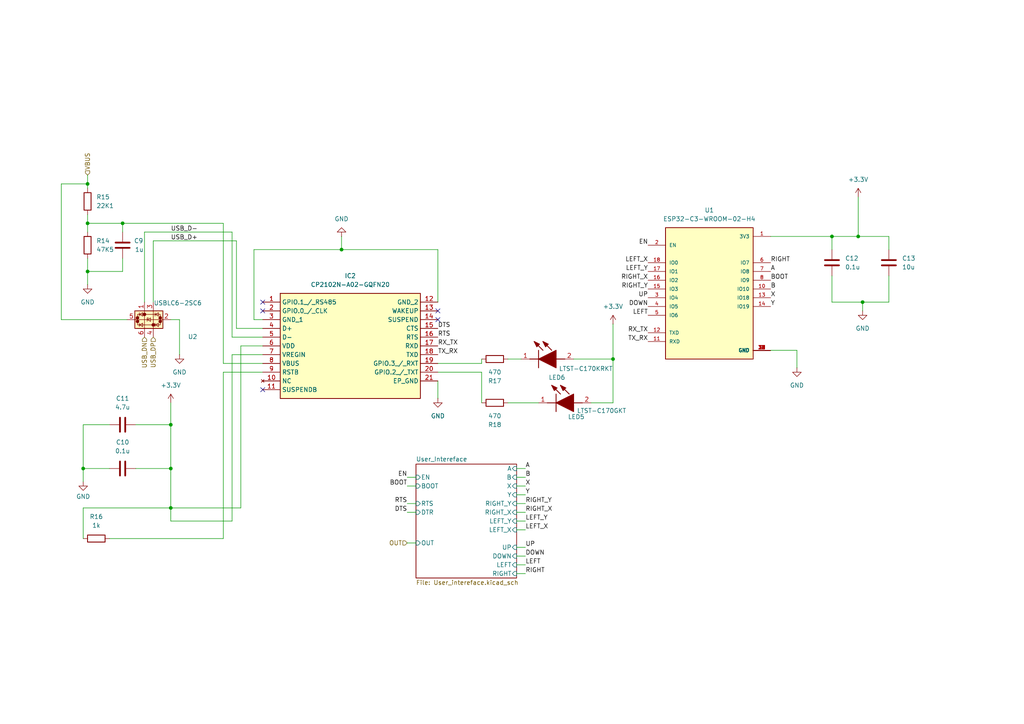
<source format=kicad_sch>
(kicad_sch (version 20231120) (generator "eeschema") (generator_version "8.0")
  (paper "A4")
  (lib_symbols
    (symbol "CP2102N-A02-GQFN20:CP2102N-A02-GQFN20"
      (property "Reference" "IC" (at 46.99 7.62 0))
      (property "Value" "CP2102N-A02-GQFN20" (at 46.99 5.08 0))
      (symbol "CP2102N-A02-GQFN20_1_1"
        (rectangle (start 5.08 2.54) (end 45.72 -27.94) (stroke (width 0.254)) (fill (type background)))
        (pin passive line (at 0 0 0) (length 5.08) (name "GPIO.1_/_RS485") (number "1"))
        (pin no_connect line (at 0 -22.86 0) (length 5.08) (name "NC") (number "10"))
        (pin passive line (at 0 -25.4 0) (length 5.08) (name "SUSPENDB") (number "11"))
        (pin passive line (at 50.8 0 180) (length 5.08) (name "GND_2") (number "12"))
        (pin passive line (at 50.8 -2.54 180) (length 5.08) (name "WAKEUP") (number "13"))
        (pin passive line (at 50.8 -5.08 180) (length 5.08) (name "SUSPEND") (number "14"))
        (pin passive line (at 50.8 -7.62 180) (length 5.08) (name "CTS") (number "15"))
        (pin passive line (at 50.8 -10.16 180) (length 5.08) (name "RTS") (number "16"))
        (pin passive line (at 50.8 -12.7 180) (length 5.08) (name "RXD") (number "17"))
        (pin passive line (at 50.8 -15.24 180) (length 5.08) (name "TXD") (number "18"))
        (pin passive line (at 50.8 -17.78 180) (length 5.08) (name "GPIO.3_/_RXT") (number "19"))
        (pin passive line (at 0 -2.54 0) (length 5.08) (name "GPIO.0_/_CLK") (number "2"))
        (pin passive line (at 50.8 -20.32 180) (length 5.08) (name "GPIO.2_/_TXT") (number "20"))
        (pin passive line (at 50.8 -22.86 180) (length 5.08) (name "EP_GND") (number "21"))
        (pin passive line (at 0 -5.08 0) (length 5.08) (name "GND_1") (number "3"))
        (pin passive line (at 0 -7.62 0) (length 5.08) (name "D+") (number "4"))
        (pin passive line (at 0 -10.16 0) (length 5.08) (name "D-") (number "5"))
        (pin passive line (at 0 -12.7 0) (length 5.08) (name "VDD") (number "6"))
        (pin passive line (at 0 -15.24 0) (length 5.08) (name "VREGIN") (number "7"))
        (pin passive line (at 0 -17.78 0) (length 5.08) (name "VBUS") (number "8"))
        (pin passive line (at 0 -20.32 0) (length 5.08) (name "RSTB") (number "9"))
      )
    )
    (symbol "Device:C" (pin_numbers hide) (pin_names (offset 0.254))
      (property "Reference" "C" (at 0.635 2.54 0))
      (property "Value" "C" (at 0.635 -2.54 0))
      (symbol "C_0_1"
        (polyline (pts (xy -2.032 -0.762) (xy 2.032 -0.762)) (stroke (width 0.508)))
        (polyline (pts (xy -2.032 0.762) (xy 2.032 0.762)) (stroke (width 0.508)))
      )
      (symbol "C_1_1"
        (pin passive line (at 0 3.81 270) (length 2.794) (name "~") (number "1"))
        (pin passive line (at 0 -3.81 90) (length 2.794) (name "~") (number "2"))
      )
    )
    (symbol "Device:R" (pin_numbers hide) (pin_names (offset 0))
      (property "Reference" "R" (at 2.032 0 90))
      (property "Value" "R" (at 0 0 90))
      (symbol "R_0_1"
        (rectangle (start -1.016 -2.54) (end 1.016 2.54) (stroke (width 0.254)))
      )
      (symbol "R_1_1"
        (pin passive line (at 0 3.81 270) (length 1.27) (name "~") (number "1"))
        (pin passive line (at 0 -3.81 90) (length 1.27) (name "~") (number "2"))
      )
    )
    (symbol "ESP32-C3-WROOM-02-H4:ESP32-C3-WROOM-02-H4" (pin_names (offset 1.016))
      (property "Reference" "U" (at -12.7 21.082 0))
      (property "Value" "ESP32-C3-WROOM-02-H4" (at -12.7 -18.542 0))
      (symbol "ESP32-C3-WROOM-02-H4_0_0"
        (rectangle (start -12.7 -17.78) (end 12.7 20.32) (stroke (width 0.254)) (fill (type background)))
        (pin power_in line (at 17.78 17.78 180) (length 5.08) (name "3V3") (number "1"))
        (pin bidirectional line (at 17.78 2.54 180) (length 5.08) (name "IO10") (number "10"))
        (pin bidirectional line (at -17.78 -12.7 0) (length 5.08) (name "RXD") (number "11"))
        (pin bidirectional line (at -17.78 -10.16 0) (length 5.08) (name "TXD") (number "12"))
        (pin bidirectional line (at 17.78 0 180) (length 5.08) (name "IO18") (number "13"))
        (pin bidirectional line (at 17.78 -2.54 180) (length 5.08) (name "IO19") (number "14"))
        (pin bidirectional line (at -17.78 2.54 0) (length 5.08) (name "IO3") (number "15"))
        (pin bidirectional line (at -17.78 5.08 0) (length 5.08) (name "IO2") (number "16"))
        (pin bidirectional line (at -17.78 7.62 0) (length 5.08) (name "IO1") (number "17"))
        (pin bidirectional line (at -17.78 10.16 0) (length 5.08) (name "IO0") (number "18"))
        (pin power_in line (at 17.78 -15.24 180) (length 5.08) (name "GND") (number "19"))
        (pin input line (at -17.78 15.24 0) (length 5.08) (name "EN") (number "2"))
        (pin power_in line (at 17.78 -15.24 180) (length 5.08) (name "GND") (number "20"))
        (pin power_in line (at 17.78 -15.24 180) (length 5.08) (name "GND") (number "21"))
        (pin power_in line (at 17.78 -15.24 180) (length 5.08) (name "GND") (number "22"))
        (pin power_in line (at 17.78 -15.24 180) (length 5.08) (name "GND") (number "23"))
        (pin power_in line (at 17.78 -15.24 180) (length 5.08) (name "GND") (number "24"))
        (pin power_in line (at 17.78 -15.24 180) (length 5.08) (name "GND") (number "25"))
        (pin power_in line (at 17.78 -15.24 180) (length 5.08) (name "GND") (number "26"))
        (pin power_in line (at 17.78 -15.24 180) (length 5.08) (name "GND") (number "27"))
        (pin power_in line (at 17.78 -15.24 180) (length 5.08) (name "GND") (number "28"))
        (pin power_in line (at 17.78 -15.24 180) (length 5.08) (name "GND") (number "29"))
        (pin bidirectional line (at -17.78 0 0) (length 5.08) (name "IO4") (number "3"))
        (pin power_in line (at 17.78 -15.24 180) (length 5.08) (name "GND") (number "30"))
        (pin power_in line (at 17.78 -15.24 180) (length 5.08) (name "GND") (number "31"))
        (pin power_in line (at 17.78 -15.24 180) (length 5.08) (name "GND") (number "32"))
        (pin power_in line (at 17.78 -15.24 180) (length 5.08) (name "GND") (number "33"))
        (pin power_in line (at 17.78 -15.24 180) (length 5.08) (name "GND") (number "34"))
        (pin power_in line (at 17.78 -15.24 180) (length 5.08) (name "GND") (number "35"))
        (pin power_in line (at 17.78 -15.24 180) (length 5.08) (name "GND") (number "36"))
        (pin power_in line (at 17.78 -15.24 180) (length 5.08) (name "GND") (number "37"))
        (pin power_in line (at 17.78 -15.24 180) (length 5.08) (name "GND") (number "38"))
        (pin power_in line (at 17.78 -15.24 180) (length 5.08) (name "GND") (number "39"))
        (pin bidirectional line (at -17.78 -2.54 0) (length 5.08) (name "IO5") (number "4"))
        (pin bidirectional line (at -17.78 -5.08 0) (length 5.08) (name "IO6") (number "5"))
        (pin bidirectional line (at 17.78 10.16 180) (length 5.08) (name "IO7") (number "6"))
        (pin bidirectional line (at 17.78 7.62 180) (length 5.08) (name "IO8") (number "7"))
        (pin bidirectional line (at 17.78 5.08 180) (length 5.08) (name "IO9") (number "8"))
        (pin power_in line (at 17.78 -15.24 180) (length 5.08) (name "GND") (number "9"))
      )
    )
    (symbol "LTST-C170GKT:LTST-C170GKT" (pin_names hide)
      (property "Reference" "LED" (at 12.7 8.89 0))
      (property "Value" "LTST-C170GKT" (at 12.7 6.35 0))
      (symbol "LTST-C170GKT_1_1"
        (polyline (pts (xy 2.54 0) (xy 5.08 0)) (stroke (width 0.254)))
        (polyline (pts (xy 5.08 2.54) (xy 5.08 -2.54)) (stroke (width 0.254)))
        (polyline (pts (xy 6.35 2.54) (xy 3.81 5.08)) (stroke (width 0.254)))
        (polyline (pts (xy 8.89 2.54) (xy 6.35 5.08)) (stroke (width 0.254)))
        (polyline (pts (xy 10.16 0) (xy 12.7 0)) (stroke (width 0.254)))
        (polyline (pts (xy 5.08 0) (xy 10.16 2.54) (xy 10.16 -2.54) (xy 5.08 0)) (stroke (width 0.254)) (fill (type outline)))
        (polyline (pts (xy 5.334 4.318) (xy 4.572 3.556) (xy 3.81 5.08) (xy 5.334 4.318)) (stroke (width 0.254)) (fill (type outline)))
        (polyline (pts (xy 7.874 4.318) (xy 7.112 3.556) (xy 6.35 5.08) (xy 7.874 4.318)) (stroke (width 0.254)) (fill (type outline)))
        (pin passive line (at 0 0 0) (length 2.54) (name "K") (number "1"))
        (pin passive line (at 15.24 0 180) (length 2.54) (name "A") (number "2"))
      )
    )
    (symbol "LTST-C170KRKT:LTST-C170KRKT" (pin_names hide)
      (property "Reference" "LED" (at 12.7 8.89 0))
      (property "Value" "LTST-C170KRKT" (at 12.7 6.35 0))
      (symbol "LTST-C170KRKT_1_1"
        (polyline (pts (xy 2.54 0) (xy 5.08 0)) (stroke (width 0.254)))
        (polyline (pts (xy 5.08 2.54) (xy 5.08 -2.54)) (stroke (width 0.254)))
        (polyline (pts (xy 6.35 2.54) (xy 3.81 5.08)) (stroke (width 0.254)))
        (polyline (pts (xy 8.89 2.54) (xy 6.35 5.08)) (stroke (width 0.254)))
        (polyline (pts (xy 10.16 0) (xy 12.7 0)) (stroke (width 0.254)))
        (polyline (pts (xy 5.08 0) (xy 10.16 2.54) (xy 10.16 -2.54) (xy 5.08 0)) (stroke (width 0.254)) (fill (type outline)))
        (polyline (pts (xy 5.334 4.318) (xy 4.572 3.556) (xy 3.81 5.08) (xy 5.334 4.318)) (stroke (width 0.254)) (fill (type outline)))
        (polyline (pts (xy 7.874 4.318) (xy 7.112 3.556) (xy 6.35 5.08) (xy 7.874 4.318)) (stroke (width 0.254)) (fill (type outline)))
        (pin passive line (at 0 0 0) (length 2.54) (name "K") (number "1"))
        (pin passive line (at 15.24 0 180) (length 2.54) (name "A") (number "2"))
      )
    )
    (symbol "Power_Protection:USBLC6-2SC6" (pin_names hide)
      (property "Reference" "U" (at 0.635 5.715 0))
      (property "Value" "USBLC6-2SC6" (at 0.635 3.81 0))
      (symbol "USBLC6-2SC6_0_0"
        (circle (center -1.524 0) (radius 0.0001) (stroke (width 0.508)))
        (circle (center -0.508 -4.572) (radius 0.0001) (stroke (width 0.508)))
        (circle (center -0.508 2.032) (radius 0.0001) (stroke (width 0.508)))
        (circle (center 0.508 -4.572) (radius 0.0001) (stroke (width 0.508)))
        (circle (center 0.508 2.032) (radius 0.0001) (stroke (width 0.508)))
        (circle (center 1.524 -2.54) (radius 0.0001) (stroke (width 0.508)))
      )
      (symbol "USBLC6-2SC6_0_1"
        (polyline (pts (xy -2.54 -2.54) (xy 2.54 -2.54)))
        (polyline (pts (xy -2.54 0) (xy 2.54 0)))
        (polyline (pts (xy -2.032 -3.048) (xy -1.016 -3.048)))
        (polyline (pts (xy -1.016 1.524) (xy -2.032 1.524)))
        (polyline (pts (xy 1.016 -3.048) (xy 2.032 -3.048)))
        (polyline (pts (xy 1.016 1.524) (xy 2.032 1.524)))
        (polyline (pts (xy -0.508 -1.143) (xy -0.508 -0.762) (xy 0.508 -0.762)))
        (polyline (pts (xy -2.032 0.508) (xy -1.016 0.508) (xy -1.524 1.524) (xy -2.032 0.508)))
        (polyline (pts (xy -1.016 -4.064) (xy -2.032 -4.064) (xy -1.524 -3.048) (xy -1.016 -4.064)))
        (polyline (pts (xy 0.508 -1.778) (xy -0.508 -1.778) (xy 0 -0.762) (xy 0.508 -1.778)))
        (polyline (pts (xy 2.032 -4.064) (xy 1.016 -4.064) (xy 1.524 -3.048) (xy 2.032 -4.064)))
        (polyline (pts (xy 2.032 0.508) (xy 1.016 0.508) (xy 1.524 1.524) (xy 2.032 0.508)))
        (polyline (pts (xy 0 2.54) (xy -0.508 2.032) (xy 0.508 2.032) (xy 0 1.524) (xy 0 -4.064) (xy -0.508 -4.572) (xy 0.508 -4.572) (xy 0 -5.08)))
      )
      (symbol "USBLC6-2SC6_1_1"
        (rectangle (start -2.54 2.794) (end 2.54 -5.334) (stroke (width 0.254)) (fill (type background)))
        (polyline (pts (xy -0.508 2.032) (xy -1.524 2.032) (xy -1.524 -4.572) (xy -0.508 -4.572)))
        (polyline (pts (xy 0.508 -4.572) (xy 1.524 -4.572) (xy 1.524 2.032) (xy 0.508 2.032)))
        (pin passive line (at -5.08 0 0) (length 2.54) (name "I/O1") (number "1"))
        (pin passive line (at 0 -7.62 90) (length 2.54) (name "GND") (number "2"))
        (pin passive line (at -5.08 -2.54 0) (length 2.54) (name "I/O2") (number "3"))
        (pin passive line (at 5.08 -2.54 180) (length 2.54) (name "I/O2") (number "4"))
        (pin passive line (at 0 5.08 270) (length 2.54) (name "VBUS") (number "5"))
        (pin passive line (at 5.08 0 180) (length 2.54) (name "I/O1") (number "6"))
      )
    )
    (symbol "power:+3.3V" (power) (pin_numbers hide) (pin_names (offset 0) hide)
      (property "Value" "+3.3V" (at 0 3.556 0))
      (symbol "+3.3V_0_1"
        (polyline (pts (xy -0.762 1.27) (xy 0 2.54)))
        (polyline (pts (xy 0 0) (xy 0 2.54)))
        (polyline (pts (xy 0 2.54) (xy 0.762 1.27)))
      )
      (symbol "+3.3V_1_1"
        (pin power_in line (at 0 0 90) (length 0) (name "~") (number "1"))
      )
    )
    (symbol "power:GND" (power) (pin_numbers hide) (pin_names (offset 0) hide)
      (property "Value" "GND" (at 0 -3.81 0))
      (symbol "GND_0_1"
        (polyline (pts (xy 0 0) (xy 0 -1.27) (xy 1.27 -1.27) (xy 0 -2.54) (xy -1.27 -1.27) (xy 0 -1.27)))
      )
      (symbol "GND_1_1"
        (pin power_in line (at 0 0 270) (length 0) (name "~") (number "1"))
      )
    )
  )
  (junction (at 49.53 123.19))
  (junction (at 49.53 135.89))
  (junction (at 25.4 78.74))
  (junction (at 49.53 147.32))
  (junction (at 250.19 87.63))
  (junction (at 99.06 72.39))
  (junction (at 25.4 64.77))
  (junction (at 177.8 104.14))
  (junction (at 25.4 53.34))
  (junction (at 24.13 135.89))
  (junction (at 35.56 64.77))
  (junction (at 248.92 68.58))
  (junction (at 241.3 68.58))
  (no_connect (at 76.2 113.03))
  (no_connect (at 127 90.17))
  (no_connect (at 127 92.71))
  (no_connect (at 76.2 87.63))
  (no_connect (at 76.2 90.17))
  (wire (pts (xy 73.66 72.39) (xy 99.06 72.39)))
  (wire (pts (xy 156.21 116.84) (xy 147.32 116.84)))
  (wire (pts (xy 41.91 67.31) (xy 67.31 67.31)))
  (wire (pts (xy 257.81 87.63) (xy 250.19 87.63)))
  (wire (pts (xy 76.2 92.71) (xy 73.66 92.71)))
  (wire (pts (xy 99.06 72.39) (xy 99.06 68.58)))
  (wire (pts (xy 127 72.39) (xy 99.06 72.39)))
  (wire (pts (xy 127 110.49) (xy 127 115.57)))
  (wire (pts (xy 64.77 105.41) (xy 76.2 105.41)))
  (wire (pts (xy 25.4 64.77) (xy 35.56 64.77)))
  (wire (pts (xy 177.8 93.98) (xy 177.8 104.14)))
  (wire (pts (xy 149.86 140.97) (xy 152.4 140.97)))
  (wire (pts (xy 149.86 161.29) (xy 152.4 161.29)))
  (wire (pts (xy 127 107.95) (xy 139.7 107.95)))
  (wire (pts (xy 35.56 74.93) (xy 35.56 78.74)))
  (wire (pts (xy 118.11 157.48) (xy 120.65 157.48)))
  (wire (pts (xy 127 105.41) (xy 139.7 105.41)))
  (wire (pts (xy 231.14 101.6) (xy 231.14 106.68)))
  (wire (pts (xy 149.86 135.89) (xy 152.4 135.89)))
  (wire (pts (xy 67.31 151.13) (xy 67.31 102.87)))
  (wire (pts (xy 24.13 156.21) (xy 24.13 147.32)))
  (wire (pts (xy 17.78 92.71) (xy 17.78 53.34)))
  (wire (pts (xy 24.13 147.32) (xy 49.53 147.32)))
  (wire (pts (xy 127 87.63) (xy 127 72.39)))
  (wire (pts (xy 118.11 146.05) (xy 120.65 146.05)))
  (wire (pts (xy 49.53 147.32) (xy 69.85 147.32)))
  (wire (pts (xy 149.86 143.51) (xy 152.4 143.51)))
  (wire (pts (xy 248.92 68.58) (xy 257.81 68.58)))
  (wire (pts (xy 241.3 68.58) (xy 248.92 68.58)))
  (wire (pts (xy 49.53 92.71) (xy 52.07 92.71)))
  (wire (pts (xy 241.3 80.01) (xy 241.3 87.63)))
  (wire (pts (xy 166.37 104.14) (xy 177.8 104.14)))
  (wire (pts (xy 223.52 68.58) (xy 241.3 68.58)))
  (wire (pts (xy 25.4 62.23) (xy 25.4 64.77)))
  (wire (pts (xy 67.31 97.79) (xy 76.2 97.79)))
  (wire (pts (xy 149.86 158.75) (xy 152.4 158.75)))
  (wire (pts (xy 36.83 92.71) (xy 17.78 92.71)))
  (wire (pts (xy 44.45 69.85) (xy 68.58 69.85)))
  (wire (pts (xy 223.52 101.6) (xy 231.14 101.6)))
  (wire (pts (xy 49.53 116.84) (xy 49.53 123.19)))
  (wire (pts (xy 139.7 105.41) (xy 139.7 104.14)))
  (wire (pts (xy 64.77 107.95) (xy 76.2 107.95)))
  (wire (pts (xy 73.66 92.71) (xy 73.66 72.39)))
  (wire (pts (xy 68.58 95.25) (xy 76.2 95.25)))
  (wire (pts (xy 17.78 53.34) (xy 25.4 53.34)))
  (wire (pts (xy 118.11 140.97) (xy 120.65 140.97)))
  (wire (pts (xy 241.3 68.58) (xy 241.3 72.39)))
  (wire (pts (xy 149.86 138.43) (xy 152.4 138.43)))
  (wire (pts (xy 49.53 147.32) (xy 49.53 151.13)))
  (wire (pts (xy 177.8 116.84) (xy 177.8 104.14)))
  (wire (pts (xy 25.4 50.8) (xy 25.4 53.34)))
  (wire (pts (xy 52.07 92.71) (xy 52.07 102.87)))
  (wire (pts (xy 31.75 156.21) (xy 64.77 156.21)))
  (wire (pts (xy 149.86 166.37) (xy 152.4 166.37)))
  (wire (pts (xy 257.81 72.39) (xy 257.81 68.58)))
  (wire (pts (xy 49.53 135.89) (xy 49.53 147.32)))
  (wire (pts (xy 149.86 151.13) (xy 152.4 151.13)))
  (wire (pts (xy 64.77 156.21) (xy 64.77 107.95)))
  (wire (pts (xy 31.75 135.89) (xy 24.13 135.89)))
  (wire (pts (xy 49.53 151.13) (xy 67.31 151.13)))
  (wire (pts (xy 118.11 138.43) (xy 120.65 138.43)))
  (wire (pts (xy 31.75 123.19) (xy 24.13 123.19)))
  (wire (pts (xy 64.77 64.77) (xy 64.77 105.41)))
  (wire (pts (xy 69.85 147.32) (xy 69.85 100.33)))
  (wire (pts (xy 149.86 153.67) (xy 152.4 153.67)))
  (wire (pts (xy 250.19 90.17) (xy 250.19 87.63)))
  (wire (pts (xy 248.92 57.15) (xy 248.92 68.58)))
  (wire (pts (xy 39.37 123.19) (xy 49.53 123.19)))
  (wire (pts (xy 69.85 100.33) (xy 76.2 100.33)))
  (wire (pts (xy 139.7 107.95) (xy 139.7 116.84)))
  (wire (pts (xy 25.4 74.93) (xy 25.4 78.74)))
  (wire (pts (xy 41.91 87.63) (xy 41.91 67.31)))
  (wire (pts (xy 118.11 148.59) (xy 120.65 148.59)))
  (wire (pts (xy 151.13 104.14) (xy 147.32 104.14)))
  (wire (pts (xy 49.53 123.19) (xy 49.53 135.89)))
  (wire (pts (xy 25.4 78.74) (xy 35.56 78.74)))
  (wire (pts (xy 25.4 78.74) (xy 25.4 82.55)))
  (wire (pts (xy 35.56 64.77) (xy 35.56 67.31)))
  (wire (pts (xy 67.31 67.31) (xy 67.31 97.79)))
  (wire (pts (xy 67.31 102.87) (xy 76.2 102.87)))
  (wire (pts (xy 68.58 69.85) (xy 68.58 95.25)))
  (wire (pts (xy 44.45 87.63) (xy 44.45 69.85)))
  (wire (pts (xy 149.86 163.83) (xy 152.4 163.83)))
  (wire (pts (xy 24.13 123.19) (xy 24.13 135.89)))
  (wire (pts (xy 25.4 64.77) (xy 25.4 67.31)))
  (wire (pts (xy 149.86 148.59) (xy 152.4 148.59)))
  (wire (pts (xy 24.13 135.89) (xy 24.13 139.7)))
  (wire (pts (xy 171.45 116.84) (xy 177.8 116.84)))
  (wire (pts (xy 35.56 64.77) (xy 64.77 64.77)))
  (wire (pts (xy 25.4 53.34) (xy 25.4 54.61)))
  (wire (pts (xy 241.3 87.63) (xy 250.19 87.63)))
  (wire (pts (xy 149.86 146.05) (xy 152.4 146.05)))
  (wire (pts (xy 39.37 135.89) (xy 49.53 135.89)))
  (wire (pts (xy 257.81 80.01) (xy 257.81 87.63)))
  (label "LEFT_Y" (at 152.4 151.13 0))
  (label "A" (at 152.4 135.89 0))
  (label "LEFT_Y" (at 187.96 78.74 180))
  (label "RX_TX" (at 127 100.33 0))
  (label "DTS" (at 127 95.25 0))
  (label "DTS" (at 118.11 148.59 180))
  (label "A" (at 223.52 78.74 0))
  (label "RIGHT_X" (at 152.4 148.59 0))
  (label "BOOT" (at 118.11 140.97 180))
  (label "RIGHT_Y" (at 152.4 146.05 0))
  (label "UP" (at 152.4 158.75 0))
  (label "RIGHT_Y" (at 187.96 83.82 180))
  (label "EN" (at 118.11 138.43 180))
  (label "LEFT_X" (at 187.96 76.2 180))
  (label "UP" (at 187.96 86.36 180))
  (label "TX_RX" (at 187.96 99.06 180))
  (label "Y" (at 152.4 143.51 0))
  (label "USB_D+" (at 49.53 69.85 0))
  (label "RTS" (at 118.11 146.05 180))
  (label "RIGHT" (at 223.52 76.2 0))
  (label "RIGHT_X" (at 187.96 81.28 180))
  (label "USB_D-" (at 49.53 67.31 0))
  (label "X" (at 152.4 140.97 0))
  (label "X" (at 223.52 86.36 0))
  (label "TX_RX" (at 127 102.87 0))
  (label "EN" (at 187.96 71.12 180))
  (label "B" (at 223.52 83.82 0))
  (label "RIGHT" (at 152.4 166.37 0))
  (label "B" (at 152.4 138.43 0))
  (label "LEFT" (at 152.4 163.83 0))
  (label "LEFT_X" (at 152.4 153.67 0))
  (label "RX_TX" (at 187.96 96.52 180))
  (label "RTS" (at 127 97.79 0))
  (label "BOOT" (at 223.52 81.28 0))
  (label "Y" (at 223.52 88.9 0))
  (label "LEFT" (at 187.96 91.44 180))
  (label "DOWN" (at 187.96 88.9 180))
  (label "DOWN" (at 152.4 161.29 0))
  (hierarchical_label "USB_DN" (shape input) (at 41.91 97.79 270))
  (hierarchical_label "VBUS" (shape input) (at 25.4 50.8 90))
  (hierarchical_label "OUT" (shape input) (at 118.11 157.48 180))
  (hierarchical_label "USB_DP" (shape input) (at 44.45 97.79 270))
  (symbol (lib_id "power:GND") (at 99.06 68.58 180) (unit 1)
    (property "Reference" "#PWR051" (effects (hide yes)))
    (property "Value" "GND" (at 99.06 63.5 0))
    (property "Description" "Power symbol creates a global label with name \"GND\" , ground" (effects (hide yes)))
  )
  (symbol (lib_id "power:+3.3V") (at 49.53 116.84 0) (unit 1)
    (property "Reference" "#PWR021" (effects (hide yes)))
    (property "Value" "+3.3V" (at 49.53 111.76 0))
    (property "Description" "Power symbol creates a global label with name \"+3.3V\"" (effects (hide yes)))
  )
  (symbol (lib_id "Device:C") (at 35.56 123.19 90) (unit 1)
    (property "Reference" "C11" (at 35.56 115.57 90))
    (property "Value" "4.7u" (at 35.56 118.11 90))
    (property "Footprint" "Capacitor_SMD:C_0805_2012Metric_Pad1.18x1.45mm_HandSolder" (effects (hide yes)))
    (property "Description" "Unpolarized capacitor" (effects (hide yes)))
  )
  (symbol (lib_id "CP2102N-A02-GQFN20:CP2102N-A02-GQFN20") (at 76.2 87.63 0) (unit 1)
    (property "Reference" "IC2" (at 101.6 80.01 0))
    (property "Value" "CP2102N-A02-GQFN20" (at 101.6 82.55 0))
    (property "Footprint" "footprints:CP2102NA02GQFN20" (effects (hide yes)))
    (property "Datasheet" "https://www.silabs.com/documents/public/data-sheets/cp2102n-datasheet.pdf" (effects (hide yes)))
    (property "Description" "USB Interface IC USB to UART bridge - QFN20" (effects (hide yes)))
    (property "Height" "0.8" (effects (hide yes)))
    (property "Mouser Part Number" "634-CP2102NA02GQFN20" (effects (hide yes)))
    (property "Mouser Price/Stock" "https://www.mouser.co.uk/ProductDetail/Silicon-Labs/CP2102N-A02-GQFN20?qs=u16ybLDytRaG8WdlP0fT2g%3D%3D" (effects (hide yes)))
    (property "Manufacturer_Name" "Silicon Labs" (effects (hide yes)))
    (property "Manufacturer_Part_Number" "CP2102N-A02-GQFN20" (effects (hide yes)))
  )
  (symbol (lib_id "power:GND") (at 231.14 106.68 0) (unit 1)
    (property "Reference" "#PWR025" (effects (hide yes)))
    (property "Value" "GND" (at 231.14 111.76 0))
    (property "Description" "Power symbol creates a global label with name \"GND\" , ground" (effects (hide yes)))
  )
  (symbol (lib_id "power:GND") (at 250.19 90.17 0) (unit 1)
    (property "Reference" "#PWR023" (effects (hide yes)))
    (property "Value" "GND" (at 250.19 95.25 0))
    (property "Description" "Power symbol creates a global label with name \"GND\" , ground" (effects (hide yes)))
  )
  (symbol (lib_id "power:+3.3V") (at 248.92 57.15 0) (unit 1)
    (property "Reference" "#PWR024" (effects (hide yes)))
    (property "Value" "+3.3V" (at 248.92 52.07 0))
    (property "Description" "Power symbol creates a global label with name \"+3.3V\"" (effects (hide yes)))
  )
  (symbol (lib_id "ESP32-C3-WROOM-02-H4:ESP32-C3-WROOM-02-H4") (at 205.74 86.36 0) (unit 1)
    (property "Reference" "U1" (at 205.74 60.96 0))
    (property "Value" "ESP32-C3-WROOM-02-H4" (at 205.74 63.5 0))
    (property "Footprint" "footprints:MODULE_ESP32-C3-WROOM-02-H4" (effects (hide yes)))
    (property "MF" "Espressif Systems" (effects (hide yes)))
    (property "Description_1" "\n                        \n                            WiFi Modules (802.11) (Engineering Samples) SMD module, ESP32-C3, 4MB SPI flash, PCB antenna, -40 C +105 C\n                        \n" (effects (hide yes)))
    (property "Package" "Package" (effects (hide yes)))
    (property "Price" "None" (effects (hide yes)))
    (property "Check_prices" "https://www.snapeda.com/parts/ESP32-C3-WROOM-02-H4/Espressif+Systems/view-part/?ref=eda" (effects (hide yes)))
    (property "SnapEDA_Link" "https://www.snapeda.com/parts/ESP32-C3-WROOM-02-H4/Espressif+Systems/view-part/?ref=snap" (effects (hide yes)))
    (property "MP" "ESP32-C3-WROOM-02-H4" (effects (hide yes)))
    (property "Availability" "In Stock" (effects (hide yes)))
    (property "Purchase-URL" "https://pricing.snapeda.com/search/part/ESP32-C3-WROOM-02-H4/?ref=eda" (effects (hide yes)))
  )
  (symbol (lib_id "power:GND") (at 25.4 82.55 0) (unit 1)
    (property "Reference" "#PWR018" (effects (hide yes)))
    (property "Value" "GND" (at 25.4 87.63 0))
    (property "Description" "Power symbol creates a global label with name \"GND\" , ground" (effects (hide yes)))
  )
  (symbol (lib_id "power:GND") (at 52.07 102.87 0) (unit 1)
    (property "Reference" "#PWR05" (effects (hide yes)))
    (property "Value" "GND" (at 52.07 107.95 0))
    (property "Description" "Power symbol creates a global label with name \"GND\" , ground" (effects (hide yes)))
  )
  (symbol (lib_id "Device:C") (at 257.81 76.2 0) (unit 1)
    (property "Reference" "C13" (at 261.62 74.9299 0) (effects (justify left)))
    (property "Value" "10u" (at 261.62 77.4699 0) (effects (justify left)))
    (property "Footprint" "Capacitor_SMD:C_0805_2012Metric_Pad1.18x1.45mm_HandSolder" (effects (hide yes)))
    (property "Description" "Unpolarized capacitor" (effects (hide yes)))
  )
  (symbol (lib_id "Device:R") (at 143.51 116.84 90) (unit 1)
    (property "Reference" "R18" (at 143.51 123.19 90))
    (property "Value" "470" (at 143.51 120.65 90))
    (property "Footprint" "Resistor_SMD:R_0805_2012Metric_Pad1.20x1.40mm_HandSolder" (effects (hide yes)))
    (property "Description" "Resistor" (effects (hide yes)))
  )
  (symbol (lib_id "Device:C") (at 35.56 71.12 0) (unit 1)
    (property "Reference" "C9" (at 38.862 69.85 0) (effects (justify left)))
    (property "Value" "1u" (at 39.116 72.39 0) (effects (justify left)))
    (property "Footprint" "Capacitor_SMD:C_0805_2012Metric_Pad1.18x1.45mm_HandSolder" (effects (hide yes)))
    (property "Description" "Unpolarized capacitor" (effects (hide yes)))
  )
  (symbol (lib_id "Device:C") (at 241.3 76.2 0) (unit 1)
    (property "Reference" "C12" (at 245.11 74.9299 0) (effects (justify left)))
    (property "Value" "0.1u" (at 245.11 77.4699 0) (effects (justify left)))
    (property "Footprint" "Capacitor_SMD:C_0805_2012Metric_Pad1.18x1.45mm_HandSolder" (effects (hide yes)))
    (property "Description" "Unpolarized capacitor" (effects (hide yes)))
  )
  (symbol (lib_id "power:+3.3V") (at 177.8 93.98 0) (unit 1)
    (property "Reference" "#PWR022" (effects (hide yes)))
    (property "Value" "+3.3V" (at 177.8 88.9 0))
    (property "Description" "Power symbol creates a global label with name \"+3.3V\"" (effects (hide yes)))
  )
  (symbol (lib_id "Device:R") (at 25.4 58.42 0) (unit 1)
    (property "Reference" "R15" (at 27.94 57.1499 0) (effects (justify left)))
    (property "Value" "22K1" (at 27.94 59.6899 0) (effects (justify left)))
    (property "Footprint" "Resistor_SMD:R_0805_2012Metric_Pad1.20x1.40mm_HandSolder" (effects (hide yes)))
    (property "Description" "Resistor" (effects (hide yes)))
  )
  (symbol (lib_id "Device:R") (at 143.51 104.14 270) (unit 1)
    (property "Reference" "R17" (at 143.51 110.49 90))
    (property "Value" "470" (at 143.51 107.95 90))
    (property "Footprint" "Resistor_SMD:R_0805_2012Metric_Pad1.20x1.40mm_HandSolder" (effects (hide yes)))
    (property "Description" "Resistor" (effects (hide yes)))
  )
  (symbol (lib_id "LTST-C170KRKT:LTST-C170KRKT") (at 151.13 104.14 0) (unit 1)
    (property "Reference" "LED6" (at 161.544 109.474 0))
    (property "Value" "LTST-C170KRKT" (at 169.926 106.934 0))
    (property "Footprint" "footprints:LEDC2012X120N" (effects (hide yes)))
    (property "Datasheet" "https://componentsearchengine.com/Datasheets/1/LTST-C170KRKT.pdf" (effects (hide yes)))
    (property "Description" "Standard LEDs - SMD Red Clear 631nm" (effects (hide yes)))
    (property "Height" "1.2" (effects (hide yes)))
    (property "Manufacturer_Name" "Lite-On" (effects (hide yes)))
    (property "Manufacturer_Part_Number" "LTST-C170KRKT" (effects (hide yes)))
    (property "Mouser Part Number" "859-LTST-C170KRKT" (effects (hide yes)))
    (property "Mouser Price/Stock" "https://www.mouser.co.uk/ProductDetail/LITEON/LTST-C170KRKT?qs=NUb82WqeCyrVOID%2Fxt4rgA%3D%3D" (effects (hide yes)))
    (property "Arrow Part Number" "LTST-C170KRKT" (effects (hide yes)))
    (property "Arrow Price/Stock" "https://www.arrow.com/en/products/ltst-c170krkt/lite-on-technology?utm_currency=USD&region=nac" (effects (hide yes)))
  )
  (symbol (lib_id "Power_Protection:USBLC6-2SC6") (at 41.91 92.71 90) (mirror x) (unit 1)
    (property "Reference" "U2" (at 55.88 97.6632 90))
    (property "Value" "USBLC6-2SC6" (at 51.562 87.884 90))
    (property "Footprint" "footprints:SOT95P280X145-6N" (effects (hide yes)))
    (property "Datasheet" "https://www.st.com/resource/en/datasheet/usblc6-2.pdf" (effects (hide yes)))
    (property "Description" "Very low capacitance ESD protection diode, 2 data-line, SOT-23-6" (effects (hide yes)))
  )
  (symbol (lib_id "Device:C") (at 35.56 135.89 90) (unit 1)
    (property "Reference" "C10" (at 35.56 128.27 90))
    (property "Value" "0.1u" (at 35.56 130.81 90))
    (property "Footprint" "Capacitor_SMD:C_0805_2012Metric_Pad1.18x1.45mm_HandSolder" (effects (hide yes)))
    (property "Description" "Unpolarized capacitor" (effects (hide yes)))
  )
  (symbol (lib_id "power:GND") (at 24.13 139.7 0) (unit 1)
    (property "Reference" "#PWR020" (effects (hide yes)))
    (property "Value" "GND" (at 24.13 144.018 0))
    (property "Description" "Power symbol creates a global label with name \"GND\" , ground" (effects (hide yes)))
  )
  (symbol (lib_id "power:GND") (at 127 115.57 0) (unit 1)
    (property "Reference" "#PWR019" (effects (hide yes)))
    (property "Value" "GND" (at 127 120.65 0))
    (property "Description" "Power symbol creates a global label with name \"GND\" , ground" (effects (hide yes)))
  )
  (symbol (lib_id "LTST-C170GKT:LTST-C170GKT") (at 156.21 116.84 0) (unit 1)
    (property "Reference" "LED5" (at 167.132 120.904 0))
    (property "Value" "LTST-C170GKT" (at 174.498 119.126 0))
    (property "Footprint" "footprints:LEDC2012X120N" (effects (hide yes)))
    (property "Datasheet" "https://mm.digikey.com/Volume0/opasdata/d220001/medias/docus/895/LTST-C170GKT.pdf" (effects (hide yes)))
    (property "Description" "LED,SMD,0805,Green,6mcd,130deg Lite-On LTST-C170GKT, CHIPLED 0805 Series Green LED, 569 nm 2012 (0805), Rectangle Lens SMD package" (effects (hide yes)))
    (property "Height" "1.2" (effects (hide yes)))
    (property "Manufacturer_Name" "Lite-On" (effects (hide yes)))
    (property "Manufacturer_Part_Number" "LTST-C170GKT" (effects (hide yes)))
    (property "Mouser Part Number" "859-LTST-C170GKT" (effects (hide yes)))
    (property "Mouser Price/Stock" "https://www.mouser.co.uk/ProductDetail/LITEON/LTST-C170GKT?qs=%2FSqKn2EfXQSV5aRij3YIfQ%3D%3D" (effects (hide yes)))
    (property "Arrow Part Number" "LTST-C170GKT" (effects (hide yes)))
    (property "Arrow Price/Stock" "https://www.arrow.com/en/products/ltst-c170gkt/lite-on-technology?utm_currency=USD&region=nac" (effects (hide yes)))
  )
  (symbol (lib_id "Device:R") (at 25.4 71.12 0) (unit 1)
    (property "Reference" "R14" (at 27.94 69.8499 0) (effects (justify left)))
    (property "Value" "47K5" (at 27.94 72.3899 0) (effects (justify left)))
    (property "Footprint" "Resistor_SMD:R_0805_2012Metric_Pad1.20x1.40mm_HandSolder" (effects (hide yes)))
    (property "Description" "Resistor" (effects (hide yes)))
  )
  (symbol (lib_id "Device:R") (at 27.94 156.21 270) (unit 1)
    (property "Reference" "R16" (at 27.94 149.86 90))
    (property "Value" "1k" (at 27.94 152.4 90))
    (property "Footprint" "Resistor_SMD:R_0805_2012Metric_Pad1.20x1.40mm_HandSolder" (effects (hide yes)))
    (property "Description" "Resistor" (effects (hide yes)))
  )
  (sheet (at 120.65 134.62) (size 29.21 33.02) (stroke (width 0.1524))
    (property "Sheetname" "User_Intereface" (at 120.65 133.9084 0) (effects (justify left bottom)))
    (property "Sheetfile" "User_intereface.kicad_sch" (at 120.65 168.2246 0) (effects (justify left top)))
    (pin "B" input (at 149.86 138.43 0))
    (pin "X" input (at 149.86 140.97 0))
    (pin "EN" input (at 120.65 138.43 180))
    (pin "BOOT" input (at 120.65 140.97 180))
    (pin "DOWN" input (at 149.86 161.29 0))
    (pin "UP" input (at 149.86 158.75 0))
    (pin "RTS" input (at 120.65 146.05 180))
    (pin "DTR" input (at 120.65 148.59 180))
    (pin "Y" input (at 149.86 143.51 0))
    (pin "A" input (at 149.86 135.89 0))
    (pin "LEFT" input (at 149.86 163.83 0))
    (pin "RIGHT" input (at 149.86 166.37 0))
    (pin "RIGHT_Y" input (at 149.86 146.05 0))
    (pin "RIGHT_X" input (at 149.86 148.59 0))
    (pin "LEFT_Y" input (at 149.86 151.13 0))
    (pin "LEFT_X" input (at 149.86 153.67 0))
    (pin "OUT" input (at 120.65 157.48 180))
  )
)
</source>
